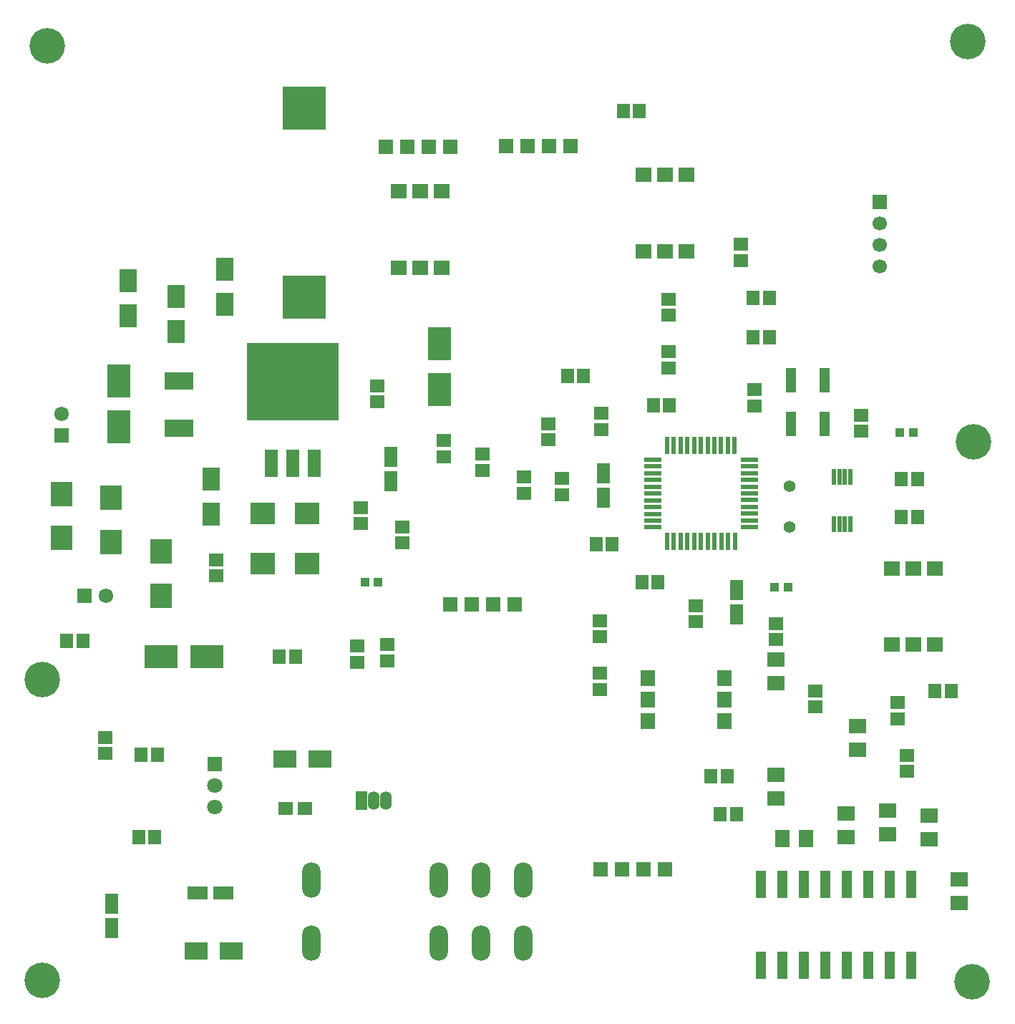
<source format=gbr>
G04 DipTrace 2.4.0.2*
%INTopMask.gbr*%
%MOMM*%
%ADD67O,1.4X2.2*%
%ADD69R,5.2X5.2*%
%ADD71R,0.5X1.85*%
%ADD73C,1.419*%
%ADD75C,1.8*%
%ADD77R,1.8X1.8*%
%ADD79R,10.8X9.2*%
%ADD81R,1.65X3.2*%
%ADD83C,4.2*%
%ADD85R,0.6X2.1*%
%ADD87R,2.1X0.6*%
%ADD89R,1.2X2.85*%
%ADD91R,1.8X2.0*%
%ADD93R,2.0X1.8*%
%ADD95R,3.4X2.0*%
%ADD97R,1.724X1.622*%
%ADD99R,1.72X1.98*%
%ADD101R,1.98X1.72*%
%ADD103O,2.181X4.181*%
%ADD105R,1.2X3.2*%
%ADD107R,1.5X1.7*%
%ADD109R,1.7X1.5*%
%ADD111C,1.7*%
%ADD113R,1.7X1.7*%
%ADD115R,1.4X2.2*%
%ADD117R,1.1X1.1*%
%ADD119R,2.05X2.75*%
%ADD121R,2.75X2.05*%
%ADD123R,2.35X1.55*%
%ADD125R,3.95X2.75*%
%ADD127R,2.75X3.95*%
%ADD129R,1.724X1.724*%
%ADD131C,1.724*%
%ADD132R,1.55X2.35*%
%ADD134R,2.55X2.85*%
%ADD136R,2.85X2.55*%
%FSLAX53Y53*%
G04*
G71*
G90*
G75*
G01*
%LNTopMask*%
%LPD*%
D136*
X44272Y62629D3*
X39033D3*
X44272Y68529D3*
X39033D3*
D134*
X26991Y64110D3*
Y58872D3*
X21091Y70410D3*
Y65172D3*
D132*
X95091Y59499D3*
Y56642D3*
D131*
X15191Y80299D3*
D129*
Y77759D3*
D134*
Y65648D3*
Y70887D3*
D132*
X54175Y72404D3*
Y75262D3*
D127*
X59891Y83200D3*
Y88598D3*
D132*
X79291Y70459D3*
Y73317D3*
X21152Y19535D3*
Y22392D3*
D125*
X32410Y51650D3*
X27013D3*
D131*
X20461Y58829D3*
D129*
X17921D3*
D123*
X34329Y23663D3*
X31313D3*
D127*
X22011Y78810D3*
Y84207D3*
D121*
X41633Y39540D3*
X45783D3*
D119*
X23091Y91904D3*
Y96054D3*
X34491Y93304D3*
Y97454D3*
X28791Y94254D3*
Y90104D3*
X32891Y68504D3*
Y72654D3*
D121*
X35282Y16836D3*
X31132D3*
D117*
X101170Y59862D3*
X99583D3*
X115935Y78120D3*
X114348D3*
X51094Y60409D3*
X52681D3*
D115*
X50682Y34618D3*
D113*
X111966Y105428D3*
D111*
Y102888D3*
Y100348D3*
Y97808D3*
D113*
X61161Y57798D3*
X63701D3*
X66241D3*
X68781D3*
X75401Y111990D3*
X72861D3*
X70321D3*
X67781D3*
X61161Y111937D3*
X58621D3*
X56081D3*
X53541D3*
X78943Y26521D3*
X81483D3*
X84023D3*
X86563D3*
D109*
X69891Y70979D3*
Y72879D3*
D107*
X17741Y53529D3*
X15841D3*
D109*
X50191Y50979D3*
Y52879D3*
D105*
X97901Y15167D3*
X100441D3*
X102981D3*
X105521D3*
X108061D3*
X110601D3*
X113141D3*
X115681D3*
Y24692D3*
X113141D3*
X110601D3*
X108061D3*
X105521D3*
X102981D3*
X100441D3*
X97901D3*
D103*
X44808Y25251D3*
Y17758D3*
X59820Y25251D3*
X64798D3*
X69802D3*
X59820Y17758D3*
X64798D3*
X69802D3*
D101*
X113395Y53035D3*
X115935D3*
X118475D3*
Y62083D3*
X115935D3*
X113395D3*
D99*
X84587Y49110D3*
Y46570D3*
Y44030D3*
X93636D3*
Y46570D3*
Y49110D3*
D101*
X84009Y99525D3*
X86549D3*
X89089D3*
Y108574D3*
X86549D3*
X84009D3*
X55128Y97648D3*
X57668D3*
X60208D3*
Y106697D3*
X57668D3*
X55128D3*
D109*
X109791Y78279D3*
Y80179D3*
D107*
X87141Y81329D3*
X85241D3*
D97*
X44014Y33665D3*
X41728D3*
D107*
X85741Y60429D3*
X83841D3*
D109*
X53699Y53035D3*
Y51135D3*
X78891Y55879D3*
Y53979D3*
X72791Y79179D3*
Y77279D3*
X52588Y81771D3*
Y83671D3*
X60391Y77179D3*
Y75279D3*
D107*
X114541Y68129D3*
X116441D3*
X92041Y37529D3*
X93941D3*
X78441Y64929D3*
X80341D3*
X116441Y72629D3*
X114541D3*
D109*
X50591Y69279D3*
Y67379D3*
X79091Y80379D3*
Y78479D3*
X95591Y98479D3*
Y100379D3*
D107*
X83541Y116129D3*
X81641D3*
D109*
X86991Y85779D3*
Y87679D3*
D107*
X98941Y94029D3*
X97041D3*
X98941Y89429D3*
X97041D3*
D109*
X55491Y66979D3*
Y65079D3*
X64991Y75579D3*
Y73679D3*
D107*
X76941Y84829D3*
X75041D3*
X24327Y30331D3*
X26227D3*
X40998Y51606D3*
X42898D3*
X24645Y40016D3*
X26545D3*
D95*
X29091Y78629D3*
Y84229D3*
D93*
X99691Y48529D3*
Y51329D3*
D91*
X100491Y30129D3*
X103291D3*
D93*
X99691Y34829D3*
Y37629D3*
X107991Y30329D3*
Y33129D3*
X112891Y30629D3*
Y33429D3*
D109*
X86991Y91979D3*
Y93879D3*
X20358Y42080D3*
Y40180D3*
D93*
X121391Y22529D3*
Y25329D3*
X117791Y30029D3*
Y32829D3*
X109391Y40629D3*
Y43429D3*
D109*
X90191Y55779D3*
Y57679D3*
X99741Y53670D3*
Y55570D3*
D107*
X118541Y47529D3*
X120441D3*
D109*
X115191Y39979D3*
Y38079D3*
X78891Y47779D3*
Y49679D3*
X114091Y46179D3*
Y44279D3*
X104391Y47579D3*
Y45679D3*
X97191Y83179D3*
Y81279D3*
D107*
X93141Y33029D3*
X95041D3*
D109*
X74391Y72679D3*
Y70779D3*
X33491Y61179D3*
Y63079D3*
D89*
X101506Y79110D3*
Y84349D3*
X105475Y79110D3*
Y84349D3*
D87*
X85141Y74921D3*
Y74121D3*
Y73321D3*
Y72521D3*
Y71721D3*
Y70921D3*
Y70121D3*
Y69321D3*
Y68521D3*
Y67721D3*
Y66921D3*
D85*
X86849Y65229D3*
X87649D3*
X88449D3*
X89249D3*
X90049D3*
X90849D3*
X91649D3*
X92449D3*
X93249D3*
X94049D3*
X94849D3*
D87*
X96541Y66937D3*
Y67737D3*
Y68537D3*
Y69337D3*
Y70137D3*
Y70937D3*
Y71737D3*
Y72537D3*
Y73337D3*
Y74137D3*
Y74937D3*
D85*
X94833Y76629D3*
X94033D3*
X93233D3*
X92433D3*
X91633D3*
X90833D3*
X90033D3*
X89233D3*
X88433D3*
X87633D3*
X86833D3*
D83*
X13531Y123845D3*
D81*
X40051Y74529D3*
X42591D3*
X45131D3*
D79*
X42591Y84129D3*
D77*
X33377Y38904D3*
D75*
Y36364D3*
Y33824D3*
D73*
X101329Y71769D3*
Y66943D3*
D71*
X106568Y67324D3*
X107218D3*
X107868D3*
X108518D3*
Y72874D3*
X107868D3*
X107218D3*
X106568D3*
D83*
X12896Y13343D3*
Y48907D3*
X122445Y124321D3*
X122921Y13184D3*
X123080Y77008D3*
D69*
X43915Y116521D3*
Y94137D3*
D67*
X52111Y34618D3*
X53540D3*
M02*

</source>
